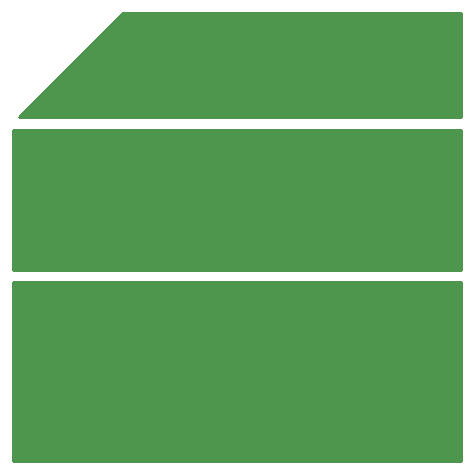
<source format=gbl>
G75*
%MOIN*%
%OFA0B0*%
%FSLAX25Y25*%
%IPPOS*%
%LPD*%
%AMOC8*
5,1,8,0,0,1.08239X$1,22.5*
%
%ADD10R,0.75000X0.25000*%
%ADD11C,0.01000*%
%ADD12C,0.05600*%
%ADD13C,0.01600*%
D10*
X0116378Y0043933D03*
X0114378Y0162933D03*
D11*
X0181078Y0029233D02*
X0031678Y0029233D01*
X0031678Y0088933D01*
X0181078Y0088933D01*
X0181078Y0029233D01*
X0181078Y0029924D02*
X0031678Y0029924D01*
X0031678Y0030923D02*
X0181078Y0030923D01*
X0181078Y0031921D02*
X0031678Y0031921D01*
X0031678Y0032920D02*
X0181078Y0032920D01*
X0181078Y0033918D02*
X0031678Y0033918D01*
X0031678Y0034917D02*
X0181078Y0034917D01*
X0181078Y0035915D02*
X0031678Y0035915D01*
X0031678Y0036914D02*
X0181078Y0036914D01*
X0181078Y0037912D02*
X0031678Y0037912D01*
X0031678Y0038911D02*
X0181078Y0038911D01*
X0181078Y0039909D02*
X0031678Y0039909D01*
X0031678Y0040908D02*
X0181078Y0040908D01*
X0181078Y0041906D02*
X0031678Y0041906D01*
X0031678Y0042905D02*
X0181078Y0042905D01*
X0181078Y0043903D02*
X0031678Y0043903D01*
X0031678Y0044902D02*
X0181078Y0044902D01*
X0181078Y0045900D02*
X0031678Y0045900D01*
X0031678Y0046899D02*
X0181078Y0046899D01*
X0181078Y0047897D02*
X0031678Y0047897D01*
X0031678Y0048896D02*
X0181078Y0048896D01*
X0181078Y0049894D02*
X0031678Y0049894D01*
X0031678Y0050893D02*
X0181078Y0050893D01*
X0181078Y0051891D02*
X0031678Y0051891D01*
X0031678Y0052890D02*
X0181078Y0052890D01*
X0181078Y0053888D02*
X0031678Y0053888D01*
X0031678Y0054887D02*
X0181078Y0054887D01*
X0181078Y0055885D02*
X0031678Y0055885D01*
X0031678Y0056884D02*
X0181078Y0056884D01*
X0181078Y0057882D02*
X0031678Y0057882D01*
X0031678Y0058881D02*
X0181078Y0058881D01*
X0181078Y0059879D02*
X0031678Y0059879D01*
X0031678Y0060878D02*
X0181078Y0060878D01*
X0181078Y0061877D02*
X0031678Y0061877D01*
X0031678Y0062875D02*
X0181078Y0062875D01*
X0181078Y0063874D02*
X0031678Y0063874D01*
X0031678Y0064872D02*
X0181078Y0064872D01*
X0181078Y0065871D02*
X0031678Y0065871D01*
X0031678Y0066869D02*
X0181078Y0066869D01*
X0181078Y0067868D02*
X0031678Y0067868D01*
X0031678Y0068866D02*
X0181078Y0068866D01*
X0181078Y0069865D02*
X0031678Y0069865D01*
X0031678Y0070863D02*
X0181078Y0070863D01*
X0181078Y0071862D02*
X0031678Y0071862D01*
X0031678Y0072860D02*
X0181078Y0072860D01*
X0181078Y0073859D02*
X0031678Y0073859D01*
X0031678Y0074857D02*
X0181078Y0074857D01*
X0181078Y0075856D02*
X0031678Y0075856D01*
X0031678Y0076854D02*
X0181078Y0076854D01*
X0181078Y0077853D02*
X0031678Y0077853D01*
X0031678Y0078851D02*
X0181078Y0078851D01*
X0181078Y0079850D02*
X0031678Y0079850D01*
X0031678Y0080848D02*
X0181078Y0080848D01*
X0181078Y0081847D02*
X0031678Y0081847D01*
X0031678Y0082845D02*
X0181078Y0082845D01*
X0181078Y0083844D02*
X0031678Y0083844D01*
X0031678Y0084842D02*
X0181078Y0084842D01*
X0181078Y0085841D02*
X0031678Y0085841D01*
X0031678Y0086839D02*
X0181078Y0086839D01*
X0181078Y0087838D02*
X0031678Y0087838D01*
X0031678Y0088836D02*
X0181078Y0088836D01*
X0181078Y0143933D02*
X0181078Y0178633D01*
X0068574Y0178633D01*
X0033874Y0143933D01*
X0181078Y0143933D01*
X0181078Y0144753D02*
X0034694Y0144753D01*
X0035692Y0145751D02*
X0181078Y0145751D01*
X0181078Y0146750D02*
X0036691Y0146750D01*
X0037689Y0147748D02*
X0181078Y0147748D01*
X0181078Y0148747D02*
X0038688Y0148747D01*
X0039686Y0149745D02*
X0181078Y0149745D01*
X0181078Y0150744D02*
X0040685Y0150744D01*
X0041683Y0151743D02*
X0181078Y0151743D01*
X0181078Y0152741D02*
X0042682Y0152741D01*
X0043680Y0153740D02*
X0181078Y0153740D01*
X0181078Y0154738D02*
X0044679Y0154738D01*
X0045677Y0155737D02*
X0181078Y0155737D01*
X0181078Y0156735D02*
X0046676Y0156735D01*
X0047674Y0157734D02*
X0181078Y0157734D01*
X0181078Y0158732D02*
X0048673Y0158732D01*
X0049671Y0159731D02*
X0181078Y0159731D01*
X0181078Y0160729D02*
X0050670Y0160729D01*
X0051668Y0161728D02*
X0181078Y0161728D01*
X0181078Y0162726D02*
X0052667Y0162726D01*
X0053665Y0163725D02*
X0181078Y0163725D01*
X0181078Y0164723D02*
X0054664Y0164723D01*
X0055662Y0165722D02*
X0181078Y0165722D01*
X0181078Y0166720D02*
X0056661Y0166720D01*
X0057659Y0167719D02*
X0181078Y0167719D01*
X0181078Y0168717D02*
X0058658Y0168717D01*
X0059656Y0169716D02*
X0181078Y0169716D01*
X0181078Y0170714D02*
X0060655Y0170714D01*
X0061653Y0171713D02*
X0181078Y0171713D01*
X0181078Y0172711D02*
X0062652Y0172711D01*
X0063650Y0173710D02*
X0181078Y0173710D01*
X0181078Y0174708D02*
X0064649Y0174708D01*
X0065648Y0175707D02*
X0181078Y0175707D01*
X0181078Y0176705D02*
X0066646Y0176705D01*
X0067645Y0177704D02*
X0181078Y0177704D01*
D12*
X0098378Y0152933D03*
X0135378Y0069933D03*
D13*
X0180778Y0093433D02*
X0180778Y0139433D01*
X0031978Y0139433D01*
X0031978Y0093433D01*
X0180778Y0093433D01*
X0180778Y0094268D02*
X0031978Y0094268D01*
X0031978Y0095866D02*
X0180778Y0095866D01*
X0180778Y0097465D02*
X0031978Y0097465D01*
X0031978Y0099063D02*
X0180778Y0099063D01*
X0180778Y0100662D02*
X0031978Y0100662D01*
X0031978Y0102260D02*
X0180778Y0102260D01*
X0180778Y0103859D02*
X0031978Y0103859D01*
X0031978Y0105457D02*
X0180778Y0105457D01*
X0180778Y0107056D02*
X0031978Y0107056D01*
X0031978Y0108654D02*
X0180778Y0108654D01*
X0180778Y0110253D02*
X0031978Y0110253D01*
X0031978Y0111851D02*
X0180778Y0111851D01*
X0180778Y0113450D02*
X0031978Y0113450D01*
X0031978Y0115048D02*
X0180778Y0115048D01*
X0180778Y0116647D02*
X0031978Y0116647D01*
X0031978Y0118245D02*
X0180778Y0118245D01*
X0180778Y0119844D02*
X0031978Y0119844D01*
X0031978Y0121442D02*
X0180778Y0121442D01*
X0180778Y0123041D02*
X0031978Y0123041D01*
X0031978Y0124639D02*
X0180778Y0124639D01*
X0180778Y0126238D02*
X0031978Y0126238D01*
X0031978Y0127836D02*
X0180778Y0127836D01*
X0180778Y0129435D02*
X0031978Y0129435D01*
X0031978Y0131033D02*
X0180778Y0131033D01*
X0180778Y0132632D02*
X0031978Y0132632D01*
X0031978Y0134230D02*
X0180778Y0134230D01*
X0180778Y0135829D02*
X0031978Y0135829D01*
X0031978Y0137427D02*
X0180778Y0137427D01*
X0180778Y0139026D02*
X0031978Y0139026D01*
M02*

</source>
